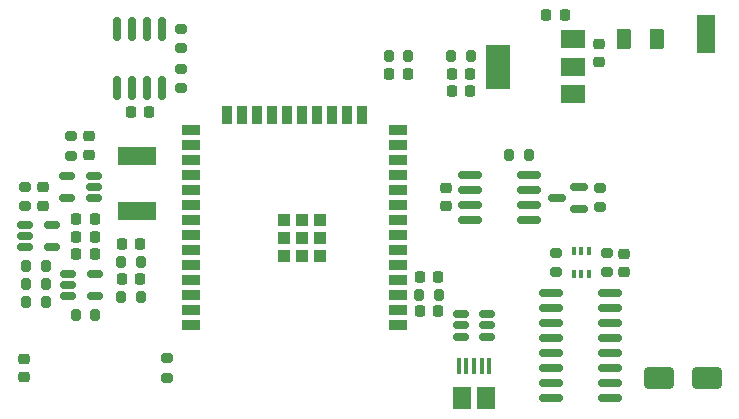
<source format=gbr>
%TF.GenerationSoftware,KiCad,Pcbnew,(7.0.0)*%
%TF.CreationDate,2023-06-27T20:18:46+12:00*%
%TF.ProjectId,VehicleCurrentSense_PCB,56656869-636c-4654-9375-7272656e7453,V1.0*%
%TF.SameCoordinates,Original*%
%TF.FileFunction,Paste,Top*%
%TF.FilePolarity,Positive*%
%FSLAX46Y46*%
G04 Gerber Fmt 4.6, Leading zero omitted, Abs format (unit mm)*
G04 Created by KiCad (PCBNEW (7.0.0)) date 2023-06-27 20:18:46*
%MOMM*%
%LPD*%
G01*
G04 APERTURE LIST*
G04 Aperture macros list*
%AMRoundRect*
0 Rectangle with rounded corners*
0 $1 Rounding radius*
0 $2 $3 $4 $5 $6 $7 $8 $9 X,Y pos of 4 corners*
0 Add a 4 corners polygon primitive as box body*
4,1,4,$2,$3,$4,$5,$6,$7,$8,$9,$2,$3,0*
0 Add four circle primitives for the rounded corners*
1,1,$1+$1,$2,$3*
1,1,$1+$1,$4,$5*
1,1,$1+$1,$6,$7*
1,1,$1+$1,$8,$9*
0 Add four rect primitives between the rounded corners*
20,1,$1+$1,$2,$3,$4,$5,0*
20,1,$1+$1,$4,$5,$6,$7,0*
20,1,$1+$1,$6,$7,$8,$9,0*
20,1,$1+$1,$8,$9,$2,$3,0*%
G04 Aperture macros list end*
%ADD10RoundRect,0.225000X-0.225000X-0.250000X0.225000X-0.250000X0.225000X0.250000X-0.225000X0.250000X0*%
%ADD11RoundRect,0.225000X-0.250000X0.225000X-0.250000X-0.225000X0.250000X-0.225000X0.250000X0.225000X0*%
%ADD12RoundRect,0.200000X0.200000X0.275000X-0.200000X0.275000X-0.200000X-0.275000X0.200000X-0.275000X0*%
%ADD13RoundRect,0.200000X-0.275000X0.200000X-0.275000X-0.200000X0.275000X-0.200000X0.275000X0.200000X0*%
%ADD14RoundRect,0.150000X0.150000X-0.825000X0.150000X0.825000X-0.150000X0.825000X-0.150000X-0.825000X0*%
%ADD15R,0.400000X0.650000*%
%ADD16RoundRect,0.150000X0.512500X0.150000X-0.512500X0.150000X-0.512500X-0.150000X0.512500X-0.150000X0*%
%ADD17RoundRect,0.250000X-1.000000X-0.650000X1.000000X-0.650000X1.000000X0.650000X-1.000000X0.650000X0*%
%ADD18R,1.500000X0.900000*%
%ADD19R,0.900000X1.500000*%
%ADD20R,1.050000X1.050000*%
%ADD21RoundRect,0.225000X0.225000X0.250000X-0.225000X0.250000X-0.225000X-0.250000X0.225000X-0.250000X0*%
%ADD22RoundRect,0.200000X-0.200000X-0.275000X0.200000X-0.275000X0.200000X0.275000X-0.200000X0.275000X0*%
%ADD23RoundRect,0.150000X-0.512500X-0.150000X0.512500X-0.150000X0.512500X0.150000X-0.512500X0.150000X0*%
%ADD24RoundRect,0.200000X0.275000X-0.200000X0.275000X0.200000X-0.275000X0.200000X-0.275000X-0.200000X0*%
%ADD25RoundRect,0.218750X0.218750X0.256250X-0.218750X0.256250X-0.218750X-0.256250X0.218750X-0.256250X0*%
%ADD26R,1.600000X3.200000*%
%ADD27RoundRect,0.218750X-0.256250X0.218750X-0.256250X-0.218750X0.256250X-0.218750X0.256250X0.218750X0*%
%ADD28RoundRect,0.150000X-0.825000X-0.150000X0.825000X-0.150000X0.825000X0.150000X-0.825000X0.150000X0*%
%ADD29RoundRect,0.250000X0.375000X0.625000X-0.375000X0.625000X-0.375000X-0.625000X0.375000X-0.625000X0*%
%ADD30RoundRect,0.218750X-0.218750X-0.256250X0.218750X-0.256250X0.218750X0.256250X-0.218750X0.256250X0*%
%ADD31R,3.200000X1.600000*%
%ADD32RoundRect,0.225000X0.250000X-0.225000X0.250000X0.225000X-0.250000X0.225000X-0.250000X-0.225000X0*%
%ADD33R,2.000000X1.500000*%
%ADD34R,2.000000X3.800000*%
%ADD35RoundRect,0.150000X0.587500X0.150000X-0.587500X0.150000X-0.587500X-0.150000X0.587500X-0.150000X0*%
%ADD36R,0.400000X1.350000*%
%ADD37R,1.500000X1.900000*%
G04 APERTURE END LIST*
D10*
%TO.C,C6*%
X140525000Y-89900000D03*
X142075000Y-89900000D03*
%TD*%
D11*
%TO.C,C12*%
X186900000Y-91325000D03*
X186900000Y-92875000D03*
%TD*%
D12*
%TO.C,R27*%
X146000000Y-92000000D03*
X144350000Y-92000000D03*
%TD*%
D13*
%TO.C,R1*%
X136200000Y-85675000D03*
X136200000Y-87325000D03*
%TD*%
D12*
%TO.C,R25*%
X142125000Y-96500000D03*
X140475000Y-96500000D03*
%TD*%
%TO.C,R9*%
X168625000Y-74600000D03*
X166975000Y-74600000D03*
%TD*%
D14*
%TO.C,U2*%
X143995000Y-77275000D03*
X145265000Y-77275000D03*
X146535000Y-77275000D03*
X147805000Y-77275000D03*
X147805000Y-72325000D03*
X146535000Y-72325000D03*
X145265000Y-72325000D03*
X143995000Y-72325000D03*
%TD*%
D13*
%TO.C,R16*%
X149400000Y-75675000D03*
X149400000Y-77325000D03*
%TD*%
D15*
%TO.C,Q1*%
X182649999Y-93049999D03*
X183299999Y-93049999D03*
X183949999Y-93049999D03*
X183949999Y-91149999D03*
X183299999Y-91149999D03*
X182649999Y-91149999D03*
%TD*%
D16*
%TO.C,U11*%
X142037500Y-86650000D03*
X142037500Y-85700000D03*
X142037500Y-84750000D03*
X139762500Y-84750000D03*
X139762500Y-86650000D03*
%TD*%
D17*
%TO.C,D2*%
X189900000Y-101900000D03*
X193900000Y-101900000D03*
%TD*%
D10*
%TO.C,C10*%
X169625000Y-93300000D03*
X171175000Y-93300000D03*
%TD*%
D18*
%TO.C,U7*%
X167749999Y-97334999D03*
X167749999Y-96064999D03*
X167749999Y-94794999D03*
X167749999Y-93524999D03*
X167749999Y-92254999D03*
X167749999Y-90984999D03*
X167749999Y-89714999D03*
X167749999Y-88444999D03*
X167749999Y-87174999D03*
X167749999Y-85904999D03*
X167749999Y-84634999D03*
X167749999Y-83364999D03*
X167749999Y-82094999D03*
X167749999Y-80824999D03*
D19*
X164709999Y-79574999D03*
X163439999Y-79574999D03*
X162169999Y-79574999D03*
X160899999Y-79574999D03*
X159629999Y-79574999D03*
X158359999Y-79574999D03*
X157089999Y-79574999D03*
X155819999Y-79574999D03*
X154549999Y-79574999D03*
X153279999Y-79574999D03*
D18*
X150249999Y-80824999D03*
X150249999Y-82094999D03*
X150249999Y-83364999D03*
X150249999Y-84634999D03*
X150249999Y-85904999D03*
X150249999Y-87174999D03*
X150249999Y-88444999D03*
X150249999Y-89714999D03*
X150249999Y-90984999D03*
X150249999Y-92254999D03*
X150249999Y-93524999D03*
X150249999Y-94794999D03*
X150249999Y-96064999D03*
X150249999Y-97334999D03*
D20*
X161204999Y-91519999D03*
X161204999Y-89994999D03*
X161204999Y-88469999D03*
X159679999Y-91519999D03*
X159679999Y-89994999D03*
X159679999Y-88469999D03*
X158154999Y-91519999D03*
X158154999Y-89994999D03*
X158154999Y-88469999D03*
%TD*%
D11*
%TO.C,C13*%
X171850000Y-85790000D03*
X171850000Y-87340000D03*
%TD*%
D21*
%TO.C,C7*%
X181875000Y-71150000D03*
X180325000Y-71150000D03*
%TD*%
D22*
%TO.C,R10*%
X169575000Y-94800000D03*
X171225000Y-94800000D03*
%TD*%
D10*
%TO.C,C20*%
X140525000Y-88400000D03*
X142075000Y-88400000D03*
%TD*%
D23*
%TO.C,U6*%
X136225000Y-88900000D03*
X136225000Y-89850000D03*
X136225000Y-90800000D03*
X138500000Y-90800000D03*
X138500000Y-88900000D03*
%TD*%
D22*
%TO.C,R21*%
X172275000Y-74600000D03*
X173925000Y-74600000D03*
%TD*%
D13*
%TO.C,R15*%
X149400000Y-72275000D03*
X149400000Y-73925000D03*
%TD*%
%TO.C,R13*%
X181150000Y-91275000D03*
X181150000Y-92925000D03*
%TD*%
D24*
%TO.C,R29*%
X140100000Y-83025000D03*
X140100000Y-81375000D03*
%TD*%
D21*
%TO.C,C15*%
X173875000Y-77600000D03*
X172325000Y-77600000D03*
%TD*%
D25*
%TO.C,D5*%
X173887500Y-76100000D03*
X172312500Y-76100000D03*
%TD*%
D12*
%TO.C,R11*%
X178825000Y-83000000D03*
X177175000Y-83000000D03*
%TD*%
D22*
%TO.C,R26*%
X144350000Y-95000000D03*
X146000000Y-95000000D03*
%TD*%
D26*
%TO.C,TP1*%
X193849999Y-72699999D03*
%TD*%
D21*
%TO.C,C17*%
X145950000Y-93500000D03*
X144400000Y-93500000D03*
%TD*%
D10*
%TO.C,C18*%
X144400000Y-90500000D03*
X145950000Y-90500000D03*
%TD*%
D27*
%TO.C,D6*%
X141600000Y-81412500D03*
X141600000Y-82987500D03*
%TD*%
D24*
%TO.C,R28*%
X148200000Y-101825000D03*
X148200000Y-100175000D03*
%TD*%
D28*
%TO.C,U9*%
X173900000Y-84660000D03*
X173900000Y-85930000D03*
X173900000Y-87200000D03*
X173900000Y-88470000D03*
X178850000Y-88470000D03*
X178850000Y-87200000D03*
X178850000Y-85930000D03*
X178850000Y-84660000D03*
%TD*%
D12*
%TO.C,R24*%
X137925000Y-93900000D03*
X136275000Y-93900000D03*
%TD*%
%TO.C,R22*%
X137925000Y-95400000D03*
X136275000Y-95400000D03*
%TD*%
D29*
%TO.C,F1*%
X189700000Y-73150000D03*
X186900000Y-73150000D03*
%TD*%
D30*
%TO.C,D3*%
X167012500Y-76100000D03*
X168587500Y-76100000D03*
%TD*%
D11*
%TO.C,C14*%
X184800000Y-73550000D03*
X184800000Y-75100000D03*
%TD*%
D23*
%TO.C,U10*%
X139837500Y-93050000D03*
X139837500Y-94000000D03*
X139837500Y-94950000D03*
X142112500Y-94950000D03*
X142112500Y-93050000D03*
%TD*%
D31*
%TO.C,TP4*%
X145699999Y-83099999D03*
%TD*%
%TO.C,TP3*%
X145699999Y-87699999D03*
%TD*%
D24*
%TO.C,R12*%
X185450000Y-92925000D03*
X185450000Y-91275000D03*
%TD*%
D21*
%TO.C,C16*%
X142075000Y-91400000D03*
X140525000Y-91400000D03*
%TD*%
D23*
%TO.C,U5*%
X173062500Y-96450000D03*
X173062500Y-97400000D03*
X173062500Y-98350000D03*
X175337500Y-98350000D03*
X175337500Y-97400000D03*
X175337500Y-96450000D03*
%TD*%
D32*
%TO.C,C19*%
X136080000Y-101775000D03*
X136080000Y-100225000D03*
%TD*%
D33*
%TO.C,U3*%
X182549999Y-77799999D03*
X182549999Y-75499999D03*
D34*
X176249999Y-75499999D03*
D33*
X182549999Y-73199999D03*
%TD*%
D21*
%TO.C,C4*%
X146675000Y-79300000D03*
X145125000Y-79300000D03*
%TD*%
D32*
%TO.C,C5*%
X137700000Y-87275000D03*
X137700000Y-85725000D03*
%TD*%
D21*
%TO.C,C11*%
X171175000Y-96200000D03*
X169625000Y-96200000D03*
%TD*%
D24*
%TO.C,R14*%
X184912500Y-87425000D03*
X184912500Y-85775000D03*
%TD*%
D35*
%TO.C,D4*%
X183100000Y-87550000D03*
X183100000Y-85650000D03*
X181225000Y-86600000D03*
%TD*%
D12*
%TO.C,R23*%
X137925000Y-92400000D03*
X136275000Y-92400000D03*
%TD*%
D36*
%TO.C,J2*%
X172899999Y-100837499D03*
X173549999Y-100837499D03*
X174199999Y-100837499D03*
X174849999Y-100837499D03*
X175499999Y-100837499D03*
D37*
X173199999Y-103537499D03*
X175199999Y-103537499D03*
%TD*%
D28*
%TO.C,U8*%
X180750000Y-94660000D03*
X180750000Y-95930000D03*
X180750000Y-97200000D03*
X180750000Y-98470000D03*
X180750000Y-99740000D03*
X180750000Y-101010000D03*
X180750000Y-102280000D03*
X180750000Y-103550000D03*
X185700000Y-103550000D03*
X185700000Y-102280000D03*
X185700000Y-101010000D03*
X185700000Y-99740000D03*
X185700000Y-98470000D03*
X185700000Y-97200000D03*
X185700000Y-95930000D03*
X185700000Y-94660000D03*
%TD*%
M02*

</source>
